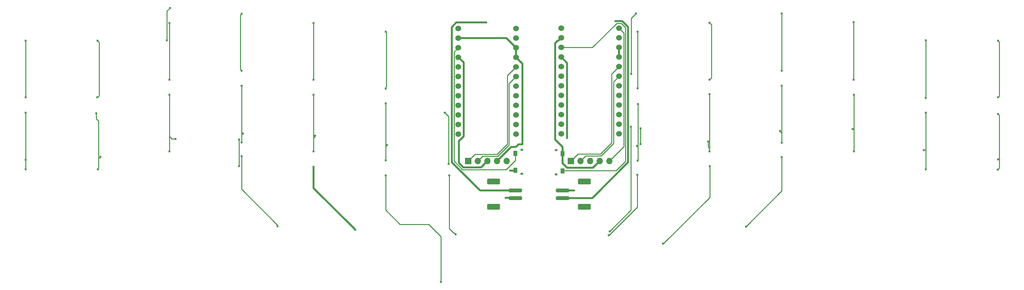
<source format=gtl>
%TF.GenerationSoftware,KiCad,Pcbnew,(6.0.9-0)*%
%TF.CreationDate,2022-12-17T11:16:42-06:00*%
%TF.ProjectId,corne-ice,636f726e-652d-4696-9365-2e6b69636164,0.1*%
%TF.SameCoordinates,Original*%
%TF.FileFunction,Copper,L1,Top*%
%TF.FilePolarity,Positive*%
%FSLAX46Y46*%
G04 Gerber Fmt 4.6, Leading zero omitted, Abs format (unit mm)*
G04 Created by KiCad (PCBNEW (6.0.9-0)) date 2022-12-17 11:16:42*
%MOMM*%
%LPD*%
G01*
G04 APERTURE LIST*
G04 Aperture macros list*
%AMRoundRect*
0 Rectangle with rounded corners*
0 $1 Rounding radius*
0 $2 $3 $4 $5 $6 $7 $8 $9 X,Y pos of 4 corners*
0 Add a 4 corners polygon primitive as box body*
4,1,4,$2,$3,$4,$5,$6,$7,$8,$9,$2,$3,0*
0 Add four circle primitives for the rounded corners*
1,1,$1+$1,$2,$3*
1,1,$1+$1,$4,$5*
1,1,$1+$1,$6,$7*
1,1,$1+$1,$8,$9*
0 Add four rect primitives between the rounded corners*
20,1,$1+$1,$2,$3,$4,$5,0*
20,1,$1+$1,$4,$5,$6,$7,0*
20,1,$1+$1,$6,$7,$8,$9,0*
20,1,$1+$1,$8,$9,$2,$3,0*%
G04 Aperture macros list end*
%TA.AperFunction,ComponentPad*%
%ADD10R,1.700000X1.700000*%
%TD*%
%TA.AperFunction,ComponentPad*%
%ADD11O,1.700000X1.700000*%
%TD*%
%TA.AperFunction,ComponentPad*%
%ADD12C,1.524000*%
%TD*%
%TA.AperFunction,SMDPad,CuDef*%
%ADD13R,0.800000X0.600000*%
%TD*%
%TA.AperFunction,SMDPad,CuDef*%
%ADD14R,1.050000X1.450000*%
%TD*%
%TA.AperFunction,SMDPad,CuDef*%
%ADD15RoundRect,0.250000X1.500000X-0.250000X1.500000X0.250000X-1.500000X0.250000X-1.500000X-0.250000X0*%
%TD*%
%TA.AperFunction,SMDPad,CuDef*%
%ADD16RoundRect,0.250001X1.449999X-0.499999X1.449999X0.499999X-1.449999X0.499999X-1.449999X-0.499999X0*%
%TD*%
%TA.AperFunction,SMDPad,CuDef*%
%ADD17RoundRect,0.250000X-1.500000X0.250000X-1.500000X-0.250000X1.500000X-0.250000X1.500000X0.250000X0*%
%TD*%
%TA.AperFunction,SMDPad,CuDef*%
%ADD18RoundRect,0.250001X-1.449999X0.499999X-1.449999X-0.499999X1.449999X-0.499999X1.449999X0.499999X0*%
%TD*%
%TA.AperFunction,ViaPad*%
%ADD19C,0.600000*%
%TD*%
%TA.AperFunction,Conductor*%
%ADD20C,0.250000*%
%TD*%
%TA.AperFunction,Conductor*%
%ADD21C,0.508000*%
%TD*%
%TA.AperFunction,Conductor*%
%ADD22C,0.500000*%
%TD*%
%TA.AperFunction,Conductor*%
%ADD23C,0.254000*%
%TD*%
G04 APERTURE END LIST*
D10*
X129782500Y-67030000D03*
D11*
X132322500Y-67030000D03*
X134862500Y-67030000D03*
X137402500Y-67030000D03*
X139942500Y-67030000D03*
D10*
X156932500Y-67030000D03*
D11*
X159472500Y-67030000D03*
X162012500Y-67030000D03*
X164552500Y-67030000D03*
X167092500Y-67030000D03*
D12*
X127203900Y-31942000D03*
X127203900Y-34482000D03*
X127203900Y-37022000D03*
X127203900Y-39562000D03*
X127203900Y-42102000D03*
X127203900Y-44642000D03*
X127203900Y-47182000D03*
X127203900Y-49722000D03*
X127203900Y-52262000D03*
X127203900Y-54802000D03*
X127203900Y-57342000D03*
X127203900Y-59882000D03*
X142423900Y-59882000D03*
X142423900Y-57342000D03*
X142423900Y-54802000D03*
X142423900Y-52262000D03*
X142423900Y-49722000D03*
X142423900Y-47182000D03*
X142423900Y-44642000D03*
X142423900Y-42102000D03*
X142423900Y-39562000D03*
X142423900Y-37022000D03*
X142423900Y-34482000D03*
X142423900Y-31942000D03*
X169598900Y-31912000D03*
X169598900Y-34452000D03*
X169598900Y-36992000D03*
X169598900Y-39532000D03*
X169598900Y-42072000D03*
X169598900Y-44612000D03*
X169598900Y-47152000D03*
X169598900Y-49692000D03*
X169598900Y-52232000D03*
X169598900Y-54772000D03*
X169598900Y-57312000D03*
X169598900Y-59852000D03*
X154378900Y-59852000D03*
X154378900Y-57312000D03*
X154378900Y-54772000D03*
X154378900Y-52232000D03*
X154378900Y-49692000D03*
X154378900Y-47152000D03*
X154378900Y-44612000D03*
X154378900Y-42072000D03*
X154378900Y-39532000D03*
X154378900Y-36992000D03*
X154378900Y-34452000D03*
X154378900Y-31912000D03*
D13*
X143932500Y-70430000D03*
X143932500Y-64030000D03*
D14*
X142207500Y-64955000D03*
X142207500Y-69505000D03*
D15*
X154671500Y-76812000D03*
X154671500Y-74812000D03*
D16*
X160421500Y-79162000D03*
X160421500Y-72462000D03*
D13*
X152982500Y-64130000D03*
X152982500Y-70530000D03*
D14*
X154707500Y-69605000D03*
X154707500Y-65055000D03*
D17*
X142210500Y-74812000D03*
X142210500Y-76812000D03*
D18*
X136460500Y-72462000D03*
X136460500Y-79162000D03*
D19*
X50307500Y-35105000D03*
X51107500Y-26505000D03*
X123607500Y-54205000D03*
X124607500Y-67780000D03*
X69382500Y-68405000D03*
X69382500Y-61305000D03*
X124807500Y-70805000D03*
X126493737Y-86382353D03*
X139707500Y-76780000D03*
X140907500Y-69580000D03*
X13007500Y-35205000D03*
X13007500Y-54205000D03*
X13007500Y-50205000D03*
X13007500Y-66705000D03*
X13007500Y-69205000D03*
X32107500Y-69205000D03*
X32007500Y-35205000D03*
X32796949Y-65894449D03*
X31964840Y-50194907D03*
X31707500Y-54405000D03*
X51007500Y-49505000D03*
X51007500Y-45505000D03*
X52577078Y-61174578D03*
X51007500Y-64505000D03*
X51007500Y-30505000D03*
X70407500Y-59705000D03*
X70007500Y-62105000D03*
X70007500Y-43105000D03*
X70007500Y-47105000D03*
X70007500Y-65705000D03*
X70007500Y-28105000D03*
X79507500Y-84305000D03*
X89007500Y-64505000D03*
X89007500Y-49505000D03*
X89007500Y-68505000D03*
X89007500Y-30505000D03*
X100007500Y-85205000D03*
X89407500Y-60305000D03*
X89007500Y-45505000D03*
X122607500Y-99005000D03*
X108007500Y-51805000D03*
X108007500Y-47905000D03*
X108007500Y-70805000D03*
X108407504Y-62805000D03*
X108007500Y-32805000D03*
X108007500Y-66805000D03*
X172807500Y-44015200D03*
X174063522Y-27965000D03*
X175232500Y-58415010D03*
X175232500Y-62500000D03*
X172761000Y-57933500D03*
X167110558Y-85628058D03*
X269507500Y-69305000D03*
X269547500Y-66550000D03*
X269607500Y-35205000D03*
X269617500Y-54555000D03*
X269592510Y-50205000D03*
X250507500Y-69205000D03*
X249997500Y-64100010D03*
X250507500Y-50305000D03*
X250507500Y-54205000D03*
X250507500Y-35105000D03*
X231607500Y-49505000D03*
X231234449Y-58513051D03*
X231507500Y-45505000D03*
X231507500Y-30305000D03*
X231607500Y-64505000D03*
X212507500Y-28005000D03*
X212507500Y-43105000D03*
X203087500Y-84335000D03*
X212557500Y-65985000D03*
X212507500Y-62205000D03*
X212107500Y-59020000D03*
X212507500Y-47105000D03*
X193507500Y-45505000D03*
X193517500Y-68325000D03*
X181187500Y-88895000D03*
X193507500Y-49305000D03*
X193137500Y-61875000D03*
X193507500Y-30405000D03*
X193507500Y-64505000D03*
X174417500Y-70675000D03*
X174607500Y-51905000D03*
X174297500Y-63015000D03*
X174507500Y-66905000D03*
X174507500Y-47805000D03*
X174507500Y-32805000D03*
X166887500Y-86675000D03*
X155907500Y-60875000D03*
X157707500Y-74780000D03*
X134507500Y-30380000D03*
X168688500Y-29999000D03*
D20*
X50307500Y-27305000D02*
X51107500Y-26505000D01*
X50307500Y-35105000D02*
X50307500Y-27305000D01*
X124607500Y-67780000D02*
X124607500Y-55205000D01*
X124607500Y-55205000D02*
X123607500Y-54205000D01*
X69382500Y-61305000D02*
X69382500Y-68405000D01*
X124782499Y-84879999D02*
X124782499Y-70830001D01*
X125984854Y-86082354D02*
X124782499Y-84879999D01*
X124782499Y-70830001D02*
X124807500Y-70805000D01*
X126193738Y-86082354D02*
X125984854Y-86082354D01*
X126493737Y-86382353D02*
X126193738Y-86082354D01*
D21*
X144134500Y-62571000D02*
X143134500Y-62571000D01*
X143134500Y-62571000D02*
X142424500Y-63281000D01*
X142423900Y-37022000D02*
X142423900Y-39562000D01*
X139883900Y-34482000D02*
X142423900Y-37022000D01*
X139707500Y-76780000D02*
X142178500Y-76780000D01*
X144134500Y-41272600D02*
X144134500Y-62571000D01*
X127203900Y-34482000D02*
X139883900Y-34482000D01*
X140907500Y-69580000D02*
X142132500Y-69580000D01*
X141106500Y-63281000D02*
X137402500Y-66985000D01*
X142424500Y-63281000D02*
X141106500Y-63281000D01*
X142423900Y-39562000D02*
X144134500Y-41272600D01*
X127357500Y-67530000D02*
X128557500Y-68730000D01*
X128627500Y-60510000D02*
X127357500Y-61780000D01*
X127203900Y-39562000D02*
X128419901Y-40778001D01*
X128627500Y-40937000D02*
X128627500Y-60510000D01*
X128419901Y-40778001D02*
X128468501Y-40778001D01*
X128557500Y-68730000D02*
X133162500Y-68730000D01*
X127357500Y-61780000D02*
X127357500Y-67530000D01*
X133162500Y-68730000D02*
X134864500Y-67028000D01*
X128468501Y-40778001D02*
X128627500Y-40937000D01*
D20*
X13007500Y-57305000D02*
X13007500Y-66705000D01*
X13007500Y-35205000D02*
X13007500Y-50205000D01*
X13007500Y-54205000D02*
X13007500Y-57305000D01*
X13007500Y-66705000D02*
X13007500Y-69205000D01*
X31707500Y-55805000D02*
X32307500Y-56405000D01*
X32307500Y-66205000D02*
X32486398Y-66205000D01*
X32307500Y-69005000D02*
X32107500Y-69205000D01*
X32486398Y-66205000D02*
X32496950Y-66194448D01*
X32307500Y-66205000D02*
X32307500Y-69005000D01*
X31707500Y-54405000D02*
X31707500Y-55805000D01*
X32307500Y-56405000D02*
X32307500Y-66205000D01*
X32264839Y-49894908D02*
X31964840Y-50194907D01*
X32407500Y-35605000D02*
X32407500Y-49752247D01*
X32496950Y-66194448D02*
X32796949Y-65894449D01*
X32007500Y-35205000D02*
X32407500Y-35605000D01*
X32407500Y-49752247D02*
X32264839Y-49894908D01*
X51677078Y-61174578D02*
X52152814Y-61174578D01*
X51007500Y-30505000D02*
X51007500Y-45505000D01*
X52152814Y-61174578D02*
X52577078Y-61174578D01*
X51007500Y-49505000D02*
X51007500Y-60505000D01*
X51007500Y-60505000D02*
X51007500Y-64505000D01*
X51007500Y-60505000D02*
X51677078Y-61174578D01*
X79507500Y-84005000D02*
X79507500Y-84305000D01*
X70007500Y-65705000D02*
X70007500Y-74505000D01*
X70007500Y-47105000D02*
X70007500Y-60005000D01*
X69707501Y-42805001D02*
X70007500Y-43105000D01*
X70107501Y-60004999D02*
X70407500Y-59705000D01*
X69682488Y-28430012D02*
X69682488Y-42779988D01*
X69682488Y-42779988D02*
X69707501Y-42805001D01*
X70007500Y-74505000D02*
X79507500Y-84005000D01*
X70007500Y-28105000D02*
X69682488Y-28430012D01*
X70007500Y-60005000D02*
X70107501Y-60004999D01*
X70007500Y-60005000D02*
X70007500Y-62105000D01*
D22*
X89007500Y-74205000D02*
X99707501Y-84905001D01*
D20*
X89007500Y-49505000D02*
X89007500Y-62305000D01*
X89007500Y-30505000D02*
X89007500Y-45505000D01*
X89007500Y-62305000D02*
X89007500Y-64505000D01*
D22*
X89007500Y-68505000D02*
X89007500Y-74205000D01*
D20*
X89407500Y-60305000D02*
X89007500Y-61105000D01*
D22*
X99707501Y-84905001D02*
X100007500Y-85205000D01*
D20*
X89007500Y-61105000D02*
X89007500Y-62305000D01*
D23*
X108107505Y-63104999D02*
X108407504Y-62805000D01*
D20*
X108237500Y-47250736D02*
X108007500Y-47480736D01*
D23*
X108007500Y-63105000D02*
X108107505Y-63104999D01*
D20*
X108007500Y-32805000D02*
X108237500Y-33035000D01*
X111807500Y-83805000D02*
X119407500Y-83805000D01*
X122607500Y-87005000D02*
X122607500Y-99005000D01*
X108007500Y-70805000D02*
X108007500Y-80005000D01*
X108237500Y-33035000D02*
X108237500Y-47250736D01*
X119407500Y-83805000D02*
X122607500Y-87005000D01*
X108007500Y-47480736D02*
X108007500Y-47905000D01*
X108007500Y-80005000D02*
X111807500Y-83805000D01*
X108007500Y-51805000D02*
X108007500Y-66805000D01*
D23*
X131558500Y-65254000D02*
X129782500Y-67030000D01*
X142423900Y-42102000D02*
X140104500Y-44421400D01*
X140104500Y-62554000D02*
X137404500Y-65254000D01*
X137404500Y-65254000D02*
X131558500Y-65254000D01*
X140104500Y-44421400D02*
X140104500Y-62554000D01*
X142207500Y-66880000D02*
X142207500Y-64955000D01*
X126038522Y-67032680D02*
X128316842Y-69311000D01*
X126038522Y-38187378D02*
X126038522Y-67032680D01*
X127203900Y-37022000D02*
X126038522Y-38187378D01*
X139776500Y-69311000D02*
X142207500Y-66880000D01*
X128316842Y-69311000D02*
X139776500Y-69311000D01*
X164648511Y-65170989D02*
X158741511Y-65170989D01*
X158741511Y-65170989D02*
X156932500Y-66980000D01*
X169603900Y-42073000D02*
X167674500Y-44002400D01*
X167674500Y-44002400D02*
X167674500Y-62145000D01*
X167674500Y-62145000D02*
X164648511Y-65170989D01*
X140558511Y-46507389D02*
X140558510Y-62742058D01*
X140558510Y-62742058D02*
X137592568Y-65708000D01*
X137592568Y-65708000D02*
X133644500Y-65708000D01*
X133644500Y-65708000D02*
X132322500Y-67030000D01*
X142423900Y-44642000D02*
X140558511Y-46507389D01*
D20*
X172807500Y-29221022D02*
X172807500Y-44015200D01*
X174063522Y-27965000D02*
X172807500Y-29221022D01*
X175232500Y-58415010D02*
X175232500Y-62500000D01*
X172761000Y-57933500D02*
X172761000Y-79977616D01*
X172761000Y-79977616D02*
X167110558Y-85628058D01*
D23*
X168807500Y-69580000D02*
X171307500Y-67080000D01*
X154732500Y-69580000D02*
X168807500Y-69580000D01*
X162594500Y-36993000D02*
X154383900Y-36993000D01*
X171304119Y-31676619D02*
X170207500Y-30580000D01*
X171307500Y-32519474D02*
X171304119Y-32516093D01*
X171307500Y-67080000D02*
X171307500Y-32519474D01*
X171304119Y-32516093D02*
X171304119Y-31676619D01*
X170207500Y-30580000D02*
X169007500Y-30580000D01*
X169007500Y-30580000D02*
X162594500Y-36993000D01*
D20*
X269607500Y-35205000D02*
X269907500Y-35505000D01*
X269897500Y-64485000D02*
X269917499Y-64465001D01*
X269899204Y-66198296D02*
X269547500Y-66550000D01*
X269917499Y-54854999D02*
X269617500Y-54555000D01*
X269899204Y-64486704D02*
X269899204Y-66198296D01*
X269897500Y-64485000D02*
X269907500Y-68905000D01*
X269907500Y-49890010D02*
X269892509Y-49905001D01*
X269892509Y-49905001D02*
X269592510Y-50205000D01*
X269907500Y-68905000D02*
X269507500Y-69305000D01*
X269917499Y-64465001D02*
X269917499Y-54854999D01*
X269897500Y-64485000D02*
X269899204Y-64486704D01*
X269907500Y-35505000D02*
X269907500Y-49890010D01*
X250507500Y-35105000D02*
X250507500Y-50305000D01*
X250507500Y-54205000D02*
X250507500Y-64335000D01*
X250507500Y-64335000D02*
X250507500Y-69205000D01*
X250507500Y-64185746D02*
X250421764Y-64100010D01*
X250507500Y-64335000D02*
X250507500Y-64185746D01*
X250421764Y-64100010D02*
X249997500Y-64100010D01*
X231534448Y-58813050D02*
X231234449Y-58513051D01*
X231507500Y-30305000D02*
X231507500Y-45505000D01*
X231607500Y-49505000D02*
X231607500Y-59795000D01*
X231607500Y-59795000D02*
X231607500Y-64505000D01*
X231607500Y-58886102D02*
X231534448Y-58813050D01*
X231607500Y-59795000D02*
X231607500Y-58886102D01*
X212507500Y-60295000D02*
X212507500Y-62005000D01*
X212507500Y-47105000D02*
X212507500Y-60295000D01*
X212507500Y-28005000D02*
X212507500Y-43105000D01*
X212557500Y-74865000D02*
X212557500Y-65985000D01*
X212507500Y-62005000D02*
X212507500Y-62205000D01*
X203087500Y-84335000D02*
X212557500Y-74865000D01*
X212107500Y-59240000D02*
X212107500Y-59020000D01*
X212507500Y-60295000D02*
X212507500Y-59640000D01*
X212507500Y-59640000D02*
X212107500Y-59240000D01*
X193517500Y-76665000D02*
X181287500Y-88895000D01*
X193507500Y-63715000D02*
X193137500Y-63345000D01*
X193507500Y-49305000D02*
X193507500Y-63715000D01*
X194007500Y-30905000D02*
X194007500Y-45005000D01*
X193137500Y-63345000D02*
X193137500Y-62299264D01*
X194007500Y-45005000D02*
X193507500Y-45505000D01*
X193137500Y-62299264D02*
X193137500Y-61875000D01*
X193517500Y-68325000D02*
X193517500Y-76665000D01*
X193507500Y-30405000D02*
X194007500Y-30905000D01*
X193507500Y-63715000D02*
X193507500Y-64505000D01*
X181287500Y-88895000D02*
X181187500Y-88895000D01*
X166947500Y-86675000D02*
X166887500Y-86675000D01*
X174607500Y-64475000D02*
X174607500Y-63295000D01*
X174327500Y-63015000D02*
X174297500Y-63015000D01*
X174417500Y-70675000D02*
X174417500Y-79205000D01*
X174607500Y-63295000D02*
X174327500Y-63015000D01*
X174607500Y-64475000D02*
X174607500Y-66805000D01*
X174507500Y-32805000D02*
X174507500Y-47805000D01*
X174607500Y-66805000D02*
X174507500Y-66905000D01*
X174607500Y-51905000D02*
X174607500Y-64475000D01*
X174417500Y-79205000D02*
X166947500Y-86675000D01*
D22*
X155907500Y-60875000D02*
X155917500Y-60865000D01*
X155917500Y-60865000D02*
X155917500Y-41066600D01*
X155917500Y-41066600D02*
X154383900Y-39533000D01*
X169603900Y-36993000D02*
X169603900Y-39533000D01*
D21*
X152784500Y-35845000D02*
X152784500Y-61357000D01*
X157675500Y-74812000D02*
X154671500Y-74812000D01*
X162752500Y-68780000D02*
X164552500Y-66980000D01*
X154707500Y-63280000D02*
X154707500Y-65055000D01*
X157707500Y-74780000D02*
X157675500Y-74812000D01*
X152784500Y-61357000D02*
X154707500Y-63280000D01*
X154707500Y-67580000D02*
X155907500Y-68780000D01*
X153414501Y-35214999D02*
X152784500Y-35845000D01*
X154383900Y-34453000D02*
X153621901Y-35214999D01*
X155907500Y-68780000D02*
X162752500Y-68780000D01*
X154707500Y-67580000D02*
X154707500Y-65055000D01*
X153621901Y-35214999D02*
X153414501Y-35214999D01*
X134507500Y-30380000D02*
X126707500Y-30380000D01*
X125457522Y-67330022D02*
X132939500Y-74812000D01*
X126707500Y-30380000D02*
X125457522Y-31629978D01*
X125457522Y-31629978D02*
X125457522Y-67330022D01*
X132939500Y-74812000D02*
X142210500Y-74812000D01*
D23*
X170853500Y-33166600D02*
X169598900Y-31912000D01*
X170853500Y-63219000D02*
X170853500Y-33166600D01*
X167092500Y-66980000D02*
X170853500Y-63219000D01*
D21*
X168688500Y-29999000D02*
X170448158Y-29999000D01*
X172007500Y-67380000D02*
X162575500Y-76812000D01*
X172007500Y-31558342D02*
X172007500Y-67380000D01*
X162575500Y-76812000D02*
X154671500Y-76812000D01*
X170448158Y-29999000D02*
X172007500Y-31558342D01*
D23*
X168128511Y-46088389D02*
X168128511Y-62390989D01*
X168128511Y-62390989D02*
X164894500Y-65625000D01*
X164894500Y-65625000D02*
X160827500Y-65625000D01*
X160827500Y-65625000D02*
X159472500Y-66980000D01*
X169603900Y-44613000D02*
X168128511Y-46088389D01*
M02*

</source>
